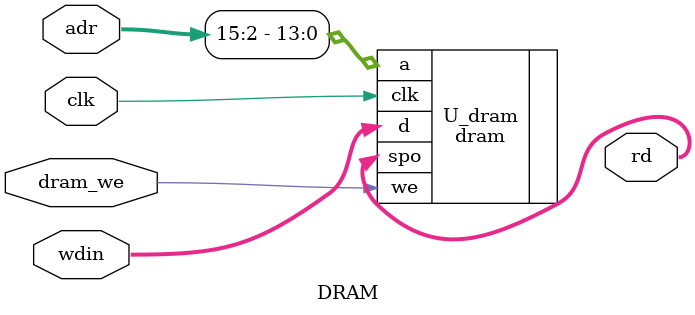
<source format=v>
`timescale 1ns / 1ps
module DRAM(
    input           clk,
    input   [31:0]  adr,        // from ALU.C
    input           dram_we,    // write_enable
    input   [31:0]  wdin,       // from RF.rD2
    output  [31:0]  rd          // data from dram
    );

dram U_dram (
    .clk    (clk),              // input wire clka
    .a      (adr[15:2]),        // input wire [13:0] addra
    .spo    (rd),               // output wire [31:0] douta
    .we     (dram_we),          // input wire [0:0] wea
    .d      (wdin)              // input wire [31:0] dina
);
endmodule

</source>
